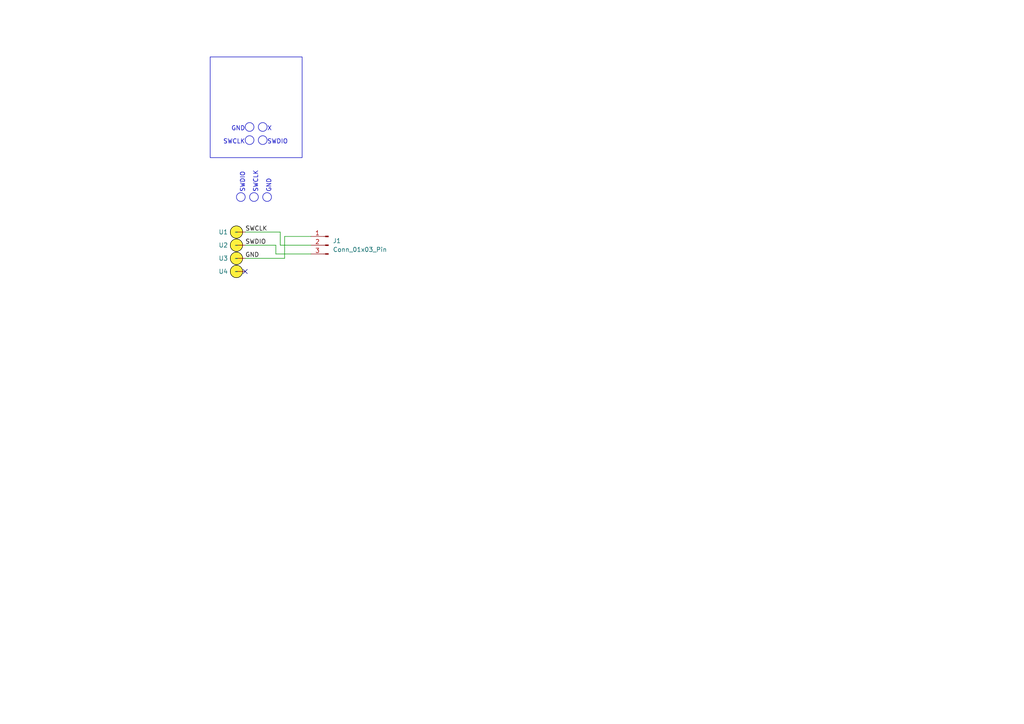
<source format=kicad_sch>
(kicad_sch (version 20231120) (generator "eeschema") (generator_version "8.0")
  (paper "A4")
  (lib_symbols
    (symbol "Connector:Conn_01x03_Pin" (pin_names (offset 1.016) hide)
      (property "Reference" "J" (at 0 5.08 0))
      (property "Value" "Conn_01x03_Pin" (at 0 -5.08 0))
      (symbol "Conn_01x03_Pin_1_1"
        (polyline (pts (xy 1.27 -2.54) (xy 0.8636 -2.54)) (stroke (width 0.1524)))
        (polyline (pts (xy 1.27 0) (xy 0.8636 0)) (stroke (width 0.1524)))
        (polyline (pts (xy 1.27 2.54) (xy 0.8636 2.54)) (stroke (width 0.1524)))
        (rectangle (start 0.8636 -2.413) (end 0 -2.667) (stroke (width 0.1524)) (fill (type outline)))
        (rectangle (start 0.8636 0.127) (end 0 -0.127) (stroke (width 0.1524)) (fill (type outline)))
        (rectangle (start 0.8636 2.667) (end 0 2.413) (stroke (width 0.1524)) (fill (type outline)))
        (pin passive line (at 5.08 2.54 180) (length 3.81) (name "Pin_1") (number "1"))
        (pin passive line (at 5.08 0 180) (length 3.81) (name "Pin_2") (number "2"))
        (pin passive line (at 5.08 -2.54 180) (length 3.81) (name "Pin_3") (number "3"))
      )
    )
    (symbol "pogo_pin:Pogo_Pin"
      (property "Reference" "U" (at 0 2.54 0))
      (symbol "Pogo_Pin_1_1"
        (circle (center 0 0) (radius 1.7961) (stroke (width 0) (color 0 0 0 1)) (fill (type color) (color 255 240 62 1)))
        (pin bidirectional line (at 2.54 0 180) (length 2.54) (name "") (number "1"))
      )
    )
  )
  (no_connect (at 71.12 78.74))
  (wire (pts (xy 80.01 71.12) (xy 80.01 73.66)))
  (wire (pts (xy 71.12 74.93) (xy 82.55 74.93)))
  (wire (pts (xy 90.17 68.58) (xy 82.55 68.58)))
  (wire (pts (xy 81.28 67.31) (xy 81.28 71.12)))
  (wire (pts (xy 81.28 67.31) (xy 71.12 67.31)))
  (wire (pts (xy 81.28 71.12) (xy 90.17 71.12)))
  (wire (pts (xy 80.01 73.66) (xy 90.17 73.66)))
  (wire (pts (xy 82.55 68.58) (xy 82.55 74.93)))
  (wire (pts (xy 71.12 71.12) (xy 80.01 71.12)))
  (circle (center 72.39 36.83) (radius 1.27))
  (circle (center 76.2 36.83) (radius 1.27))
  (rectangle (start 60.96 16.51) (end 87.63 45.72))
  (circle (center 69.85 57.15) (radius 1.27))
  (circle (center 73.66 57.15) (radius 1.27))
  (circle (center 72.39 40.64) (radius 1.27))
  (circle (center 76.2 40.64) (radius 1.27))
  (circle (center 77.47 57.15) (radius 1.27))
  (text "X" (at 77.47 38.1 0) (effects (font (size 1.27 1.27)) (justify left bottom)))
  (text "SWDIO" (at 77.47 41.91 0) (effects (font (size 1.27 1.27)) (justify left bottom)))
  (text "GND" (at 78.74 55.88 90) (effects (font (size 1.27 1.27)) (justify left bottom)))
  (text "GND" (at 71.12 38.1 0) (effects (font (size 1.27 1.27)) (justify right bottom)))
  (text "SWCLK" (at 74.93 55.88 90) (effects (font (size 1.27 1.27)) (justify left bottom)))
  (text "SWDIO" (at 71.12 55.88 90) (effects (font (size 1.27 1.27)) (justify left bottom)))
  (text "SWCLK" (at 71.12 41.91 0) (effects (font (size 1.27 1.27)) (justify right bottom)))
  (label "GND" (at 71.12 74.93 0))
  (label "SWCLK" (at 71.12 67.31 0))
  (label "SWDIO" (at 71.12 71.12 0))
  (symbol (lib_id "pogo_pin:Pogo_Pin") (at 68.58 74.93 0) (unit 1)
    (property "Reference" "U3" (at 64.77 74.93 0))
    (property "Value" "~" (at 68.58 74.93 0))
    (property "Footprint" "Pogo_pin:Pogo Pin" (effects (hide yes)))
    (property "Datasheet" "https://mm.digikey.com/Volume0/opasdata/d220001/medias/docus/2592/Spring%20Loaded%20Connectors.pdf" (effects (hide yes)))
  )
  (symbol (lib_id "Connector:Conn_01x03_Pin") (at 95.25 71.12 0) (mirror y) (unit 1)
    (property "Reference" "J1" (at 96.52 69.85 0) (effects (justify right)))
    (property "Value" "Conn_01x03_Pin" (at 96.52 72.39 0) (effects (justify right)))
    (property "Footprint" "edge_connector:edge_connector" (effects (hide yes)))
  )
  (symbol (lib_id "pogo_pin:Pogo_Pin") (at 68.58 78.74 0) (unit 1)
    (property "Reference" "U4" (at 64.77 78.74 0))
    (property "Value" "~" (at 68.58 78.74 0))
    (property "Footprint" "Pogo_pin:Pogo Pin" (effects (hide yes)))
    (property "Datasheet" "https://mm.digikey.com/Volume0/opasdata/d220001/medias/docus/2592/Spring%20Loaded%20Connectors.pdf" (effects (hide yes)))
  )
  (symbol (lib_id "pogo_pin:Pogo_Pin") (at 68.58 67.31 0) (unit 1)
    (property "Reference" "U1" (at 64.77 67.31 0))
    (property "Value" "~" (at 68.58 67.31 0))
    (property "Footprint" "Pogo_pin:Pogo Pin" (effects (hide yes)))
    (property "Datasheet" "https://mm.digikey.com/Volume0/opasdata/d220001/medias/docus/2592/Spring%20Loaded%20Connectors.pdf" (effects (hide yes)))
  )
  (symbol (lib_id "pogo_pin:Pogo_Pin") (at 68.58 71.12 0) (unit 1)
    (property "Reference" "U2" (at 64.77 71.12 0))
    (property "Value" "~" (at 68.58 71.12 0))
    (property "Footprint" "Pogo_pin:Pogo Pin" (effects (hide yes)))
    (property "Datasheet" "https://mm.digikey.com/Volume0/opasdata/d220001/medias/docus/2592/Spring%20Loaded%20Connectors.pdf" (effects (hide yes)))
  )
)
</source>
